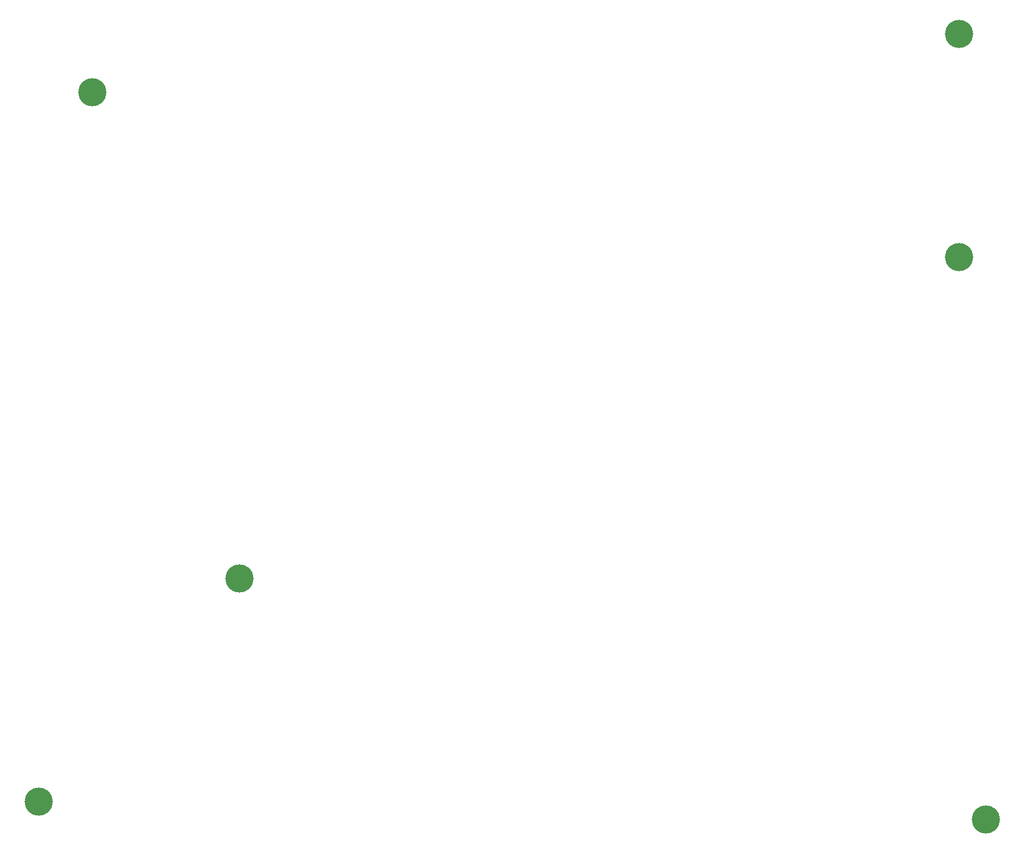
<source format=gbr>
G04 DipTrace 2.3.0.3*
%INTopMask.gbr*%
%MOIN*%
%ADD34C,0.1575*%
%FSLAX44Y44*%
G04*
G70*
G90*
G75*
G01*
%LNTopMask*%
%LPD*%
D34*
X8437Y46187D3*
X56937Y36937D3*
X58437Y5437D3*
X5437Y6437D3*
X56937Y49437D3*
X16687Y18937D3*
M02*

</source>
